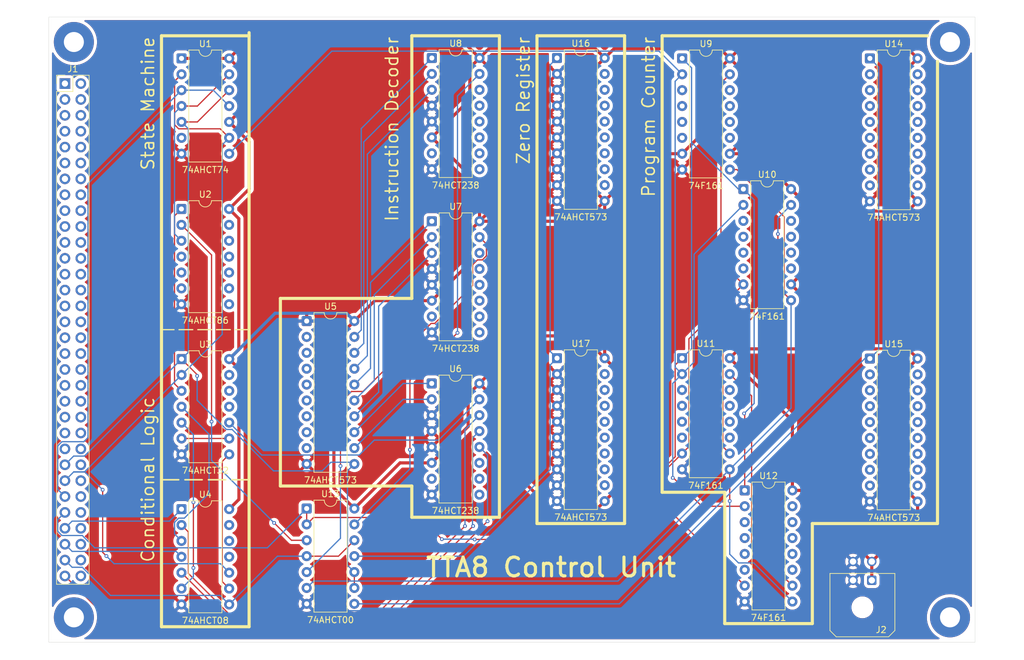
<source format=kicad_pcb>
(kicad_pcb (version 20241229) (generator "pcbnew") (generator_version "9.0")
  (title_block (title "TTA8 Control Unit") (date "2025-03-04") (rev "0"))
  (layers (0 "F.Cu" signal) (4 "In1.Cu" signal) (6 "In2.Cu" signal) (2 "B.Cu" signal) (13 "F.Paste" user) (15 "B.Paste" user) (5 "F.SilkS" user "F.Silkscreen") (7 "B.SilkS" user "B.Silkscreen") (1 "F.Mask" user) (3 "B.Mask" user) (25 "Edge.Cuts" user))
  (net 0 "")
  (net 1 "LDI")
  (net 2 "EXC")
  (net 3 "A13")
  (net 4 "SRC5")
  (net 5 "D6")
  (net 6 "A14")
  (net 7 "D1")
  (net 8 "T9")
  (net 9 "T8")
  (net 10 "DST6")
  (net 11 "A15")
  (net 12 "src0")
  (net 13 "T0")
  (net 14 "A4")
  (net 15 "DST1")
  (net 16 "A0")
  (net 17 "T15")
  (net 18 "T14")
  (net 19 "T7")
  (net 20 "A6")
  (net 21 "T1")
  (net 22 "DST2")
  (net 23 "D7")
  (net 24 "T13")
  (net 25 "A3")
  (net 26 "ZERO")
  (net 27 "D2")
  (net 28 "A7")
  (net 29 "MVI")
  (net 30 "{slash}R")
  (net 31 "A9")
  (net 32 "DST4")
  (net 33 "T6")
  (net 34 "SRC1")
  (net 35 "A12")
  (net 36 "SRC3")
  (net 37 "D4")
  (net 38 "T4")
  (net 39 "DST3")
  (net 40 "A1")
  (net 41 "A2")
  (net 42 "T5")
  (net 43 "SRC2")
  (net 44 "T2")
  (net 45 "A8")
  (net 46 "dst0")
  (net 47 "A10")
  (net 48 "D5")
  (net 49 "SRC7")
  (net 50 "D3")
  (net 51 "D0")
  (net 52 "A5")
  (net 53 "CLK")
  (net 54 "MOV")
  (net 55 "SRC6")
  (net 56 "DST7")
  (net 57 "CARRY")
  (net 58 "A11")
  (net 59 "DST5")
  (net 60 "T3")
  (net 61 "T12")
  (net 62 "T11")
  (net 63 "T10")
  (net 64 "SRC4")
  (net 65 "GND")
  (net 66 "+5V")
  (net 68 "pcc")
  (net 69 "Net-(U1A-~{S})")
  (net 74 "Net-(U2-Pad1)")
  (net 80 "R")
  (net 81 "Net-(U3-Pad6)")
  (net 83 "Net-(U3-Pad4)")
  (net 85 "mv")
  (net 87 "Net-(U3-Pad5)")
  (net 88 "Net-(U3-Pad8)")
  (net 89 "mvz")
  (net 90 "mvc")
  (net 94 "Net-(U5-Q5)")
  (net 95 "Net-(U5-Q3)")
  (net 96 "Net-(U5-Q0)")
  (net 97 "Net-(U5-Q1)")
  (net 98 "Net-(U5-Q7)")
  (net 99 "Net-(U5-Q4)")
  (net 100 "Net-(U5-Q2)")
  (net 101 "Net-(U5-Q6)")
  (net 106 "a2")
  (net 107 "a3")
  (net 108 "Net-(U10-CEP)")
  (net 109 "a0")
  (net 110 "a1")
  (net 111 "Net-(U10-~{PE})")
  (net 112 "a7")
  (net 113 "a5")
  (net 114 "Net-(U10-TC)")
  (net 115 "a6")
  (net 116 "a4")
  (net 117 "a10")
  (net 118 "a11")
  (net 119 "a9")
  (net 120 "a8")
  (net 121 "Net-(U11-TC)")
  (net 122 "a13")
  (net 123 "a14")
  (net 124 "a12")
  (net 125 "a15")
  (net 127 "Net-(U14-OE)")
  (net 128 "Net-(U16-OE)")
  (footprint "Package_DIP:DIP-16_W7.62mm" (layer "F.Cu") (at 116.18 105.6)
    (property "Reference" "U6")
    (property "Value" "74HCT238")
  )
  (footprint "Package_DIP:DIP-16_W7.62mm" (layer "F.Cu") (at 166.195 122.7)
    (property "Reference" "U12")
    (property "Value" "74F161")
  )
  (footprint "Package_DIP:DIP-16_W7.62mm" (layer "F.Cu") (at 156.18 101.56)
    (property "Reference" "U11")
    (property "Value" "74F161")
  )
  (footprint "MountingHole:MountingHole_3.2mm_M3_Pad" (layer "F.Cu") (at 59 143)
    (property "Reference" "H3" (hide yes))
    (property "Value" "MountingHole_Pad" (hide yes))
  )
  (footprint "MountingHole:MountingHole_3.2mm_M3_Pad" (layer "F.Cu") (at 199 51)
    (property "Reference" "H2" (hide yes))
    (property "Value" "MountingHole_Pad" (hide yes))
  )
  (footprint "Package_DIP:DIP-20_W7.62mm" (layer "F.Cu") (at 186.2 53.62)
    (property "Reference" "U14")
    (property "Value" "74AHCT573")
  )
  (footprint "Connector_PinHeader_2.54mm:PinHeader_2x32_P2.54mm_Vertical" (layer "F.Cu") (at 57.57 57.645)
    (property "Reference" "J1")
    (property "Value" "Conn_02x32_Counter_Clockwise")
  )
  (footprint "Package_DIP:DIP-20_W7.62mm" (layer "F.Cu") (at 96.2 95.62)
    (property "Reference" "U5")
    (property "Value" "74AHCT573")
  )
  (footprint "MountingHole:MountingHole_3.2mm_M3_Pad" (layer "F.Cu") (at 59 51)
    (property "Reference" "H1" (hide yes))
    (property "Value" "MountingHole_Pad" (hide yes))
  )
  (footprint "Package_DIP:DIP-14_W7.62mm" (layer "F.Cu") (at 76.195 125.7)
    (property "Reference" "U4")
    (property "Value" "74AHCT08")
  )
  (footprint "Package_DIP:DIP-14_W7.62mm" (layer "F.Cu") (at 76.2 53.62)
    (property "Reference" "U1")
    (property "Value" "74AHCT74")
  )
  (footprint "Package_DIP:DIP-16_W7.62mm" (layer "F.Cu") (at 116.2 53.56)
    (property "Reference" "U8")
    (property "Value" "74HCT238")
  )
  (footprint "Package_DIP:DIP-16_W7.62mm" (layer "F.Cu") (at 156.2 53.62)
    (property "Reference" "U9")
    (property "Value" "74F161")
  )
  (footprint "Package_DIP:DIP-14_W7.62mm" (layer "F.Cu") (at 76.205 101.7)
    (property "Reference" "U3")
    (property "Value" "74AHCT32")
  )
  (footprint "Package_DIP:DIP-16_W7.62mm" (layer "F.Cu") (at 116.2 79.66)
    (property "Reference" "U7")
    (property "Value" "74HCT238")
  )
  (footprint "Connector_Molex:Molex_Micro-Fit_3.0_43045-0400_2x02_P3.00mm_Horizontal" (layer "F.Cu") (at 186.5 137.08 180)
    (property "Reference" "J2")
    (property "Value" "Conn_02x02_Odd_Even")
  )
  (footprint "MountingHole:MountingHole_3.2mm_M3_Pad" (layer "F.Cu") (at 199 143)
    (property "Reference" "H4" (hide yes))
    (property "Value" "MountingHole_Pad" (hide yes))
  )
  (footprint "Package_DIP:DIP-16_W7.62mm" (layer "F.Cu") (at 165.98 74.52)
    (property "Reference" "U10")
    (property "Value" "74F161")
  )
  (footprint "Package_DIP:DIP-20_W7.62mm" (layer "F.Cu") (at 136.2 53.56)
    (property "Reference" "U16")
    (property "Value" "74AHCT573")
  )
  (footprint "Package_DIP:DIP-14_W7.62mm" (layer "F.Cu") (at 76.185 77.7)
    (property "Reference" "U2")
    (property "Value" "74AHCT86")
  )
  (footprint "Package_DIP:DIP-20_W7.62mm" (layer "F.Cu") (at 186.2 101.62)
    (property "Reference" "U15")
    (property "Value" "74AHCT573")
  )
  (footprint "Package_DIP:DIP-14_W7.62mm" (layer "F.Cu") (at 96.2 125.6)
    (property "Reference" "U13")
    (property "Value" "74AHCT00")
  )
  (footprint "Package_DIP:DIP-20_W7.62mm" (layer "F.Cu") (at 136.2 101.56)
    (property "Reference" "U17")
    (property "Value" "74AHCT573")
  )
  (gr_line (start 163 123) (end 163 144) (stroke (width 0.5)) (layer "F.SilkS"))
  (gr_line (start 113 50) (end 127 50) (stroke (width 0.5)) (layer "F.SilkS"))
  (gr_line (start 147 128) (end 147 50) (stroke (width 0.5)) (layer "F.SilkS"))
  (gr_line (start 87 121) (end 73 121) (stroke (width 0.25) (type dash)) (layer "F.SilkS"))
  (gr_line (start 153 50) (end 153 123) (stroke (width 0.5)) (layer "F.SilkS"))
  (gr_line (start 87 97) (end 73 97) (stroke (width 0.2) (type dash)) (layer "F.SilkS"))
  (gr_line (start 127 127) (end 113 127) (stroke (width 0.5)) (layer "F.SilkS"))
  (gr_line (start 153 123) (end 163 123) (stroke (width 0.5)) (layer "F.SilkS"))
  (gr_line (start 92 122) (end 92 92) (stroke (width 0.5)) (layer "F.SilkS"))
  (gr_line (start 133 50) (end 133 128) (stroke (width 0.5)) (layer "F.SilkS"))
  (gr_line (start 197 128) (end 197 54.1) (stroke (width 0.5)) (layer "F.SilkS"))
  (gr_line (start 87 50) (end 73 50) (stroke (width 0.5)) (layer "F.SilkS"))
  (gr_line (start 87 144.5) (end 87 49.5) (stroke (width 0.5)) (layer "F.SilkS"))
  (gr_line (start 113 122) (end 92 122) (stroke (width 0.5)) (layer "F.SilkS"))
  (gr_line (start 195.4 50) (end 153 50) (stroke (width 0.5)) (layer "F.SilkS"))
  (gr_line (start 163 144) (end 177 144) (stroke (width 0.5)) (layer "F.SilkS"))
  (gr_line (start 177 144) (end 177 128) (stroke (width 0.5)) (layer "F.SilkS"))
  (gr_line (start 133 128) (end 147 128) (stroke (width 0.5)) (layer "F.SilkS"))
  (gr_line (start 92 92) (end 113 92) (stroke (width 0.5)) (layer "F.SilkS"))
  (gr_line (start 177 128) (end 197 128) (stroke (width 0.5)) (layer "F.SilkS"))
  (gr_line (start 113 92) (end 113 50) (stroke (width 0.5)) (layer "F.SilkS"))
  (gr_line (start 113 127) (end 113 122) (stroke (width 0.5)) (layer "F.SilkS"))
  (gr_line (start 73 144.5) (end 87 144.5) (stroke (width 0.5)) (layer "F.SilkS"))
  (gr_line (start 147 50) (end 133 50) (stroke (width 0.5)) (layer "F.SilkS"))
  (gr_line (start 73 50) (end 73 144.5) (stroke (width 0.5)) (layer "F.SilkS"))
  (gr_line (start 127 50) (end 127 127) (stroke (width 0.5)) (layer "F.SilkS"))
  (gr_rect (start 55 47) (end 203 147) (stroke (width 0.05)) (fill no) (layer "Edge.Cuts"))
  (gr_text "TTA8 Control Unit" (at 115 135 0) (layer "F.SilkS") (effects (font (size 3 3) (thickness 0.5) (bold yes)) (justify left)))
  (gr_text "Zero Register" (at 132 50 90) (layer "F.SilkS") (effects (font (size 2 2) (thickness 0.25)) (justify right bottom)))
  (gr_text "State Machine" (at 72 50 90) (layer "F.SilkS") (effects (font (size 2 2) (thickness 0.25)) (justify right bottom)))
  (gr_text "Instruction Decoder" (at 111 50 90) (layer "F.SilkS") (effects (font (size 2 2) (thickness 0.25)) (justify right bottom)))
  (gr_text "Conditional Logic" (at 72 121 90) (layer "F.SilkS") (effects (font (size 2 2) (thickness 0.25)) (justify bottom)))
  (gr_text "Program Counter" (at 152 50 90) (layer "F.SilkS") (effects (font (size 2 2) (thickness 0.25)) (justify right bottom)))
  (segment (start 78.7 104.4) (end 78.7 104.195) (width 0.2) (layer "F.Cu") (net 1))
  (segment (start 78.74 63.78) (end 83.82 58.7) (width 0.2) (layer "F.Cu") (net 1))
  (segment (start 103.82 138.3) (end 103.82 135.76) (width 0.2) (layer "F.Cu") (net 1))
  (segment (start 76.2 63.78) (end 78.74 63.78) (width 0.2) (layer "F.Cu") (net 1))
  (segment (start 78.7 104.195) (end 76.205 101.7) (width 0.2) (layer "F.Cu") (net 1))
  (via (at 78.7 104.4) (size 0.6) (drill 0.3) (layers "F.Cu" "B.Cu") (net 1))
  (segment (start 77.301 64.881) (end 77.301 100.604) (width 0.2) (layer "B.Cu") (net 1))
  (segment (start 60.689 117.216) (end 58.959 117.216) (width 0.2) (layer "B.Cu") (net 1))
  (segment (start 76.2 63.78) (end 77.301 64.881) (width 0.2) (layer "B.Cu") (net 1))
  (segment (start 84.28105 112.961) (end 83.36895 112.961) (width 0.2) (layer "B.Cu") (net 1))
  (segment (start 77.301 100.604) (end 76.205 101.7) (width 0.2) (layer "B.Cu") (net 1))
  (segment (start 102.719 119.581) (end 102.719 134.659) (width 0.2) (layer "B.Cu") (net 1))
  (segment (start 102.719 134.659) (end 103.82 135.76) (width 0.2) (layer "B.Cu") (net 1))
  (segment (start 90.90105 119.581) (end 84.28105 112.961) (width 0.2) (layer "B.Cu") (net 1))
  (segment (start 103.539 118.199) (end 100.0661 118.199) (width 0.2) (layer "B.Cu") (net 1))
  (segment (start 98.6841 119.581) (end 90.90105 119.581) (width 0.2) (layer "B.Cu") (net 1))
  (segment (start 78.7 108.29205) (end 78.7 104.4) (width 0.2) (layer "B.Cu") (net 1))
  (segment (start 103.82 118.48) (end 102.719 119.581) (width 0.2) (layer "B.Cu") (net 1))
  (segment (start 58.959 117.216) (end 57.57 118.605) (width 0.2) (layer "B.Cu") (net 1))
  (segment (start 100.0661 118.199) (end 98.6841 119.581) (width 0.2) (layer "B.Cu") (net 1))
  (segment (start 76.205 101.7) (end 60.689 117.216) (width 0.2) (layer "B.Cu") (net 1))
  (segment (start 103.82 118.48) (end 103.539 118.199) (width 0.2) (layer "B.Cu") (net 1))
  (segment (start 83.36895 112.961) (end 78.7 108.29205) (width 0.2) (layer "B.Cu") (net 1))
  (segment (start 75.74395 64.881) (end 75.099 64.23605) (width 0.2) (layer "F.Cu") (net 2))
  (segment (start 82.381 64.881) (end 75.74395 64.881) (width 0.2) (layer "F.Cu") (net 2))
  (segment (start 64.2 133.2) (end 63.6 132.6) (width 0.2) (layer "F.Cu") (net 2))
  (segment (start 63.6 132.6) (end 63.6 122.6) (width 0.2) (layer "F.Cu") (net 2))
  (segment (start 75.099 57.261) (end 76.2 56.16) (width 0.2) (layer "F.Cu") (net 2))
  (segment (start 75.099 64.23605) (end 75.099 57.261) (width 0.2) (layer "F.Cu") (net 2))
  (segment (start 83.82 66.32) (end 82.381 64.881) (width 0.2) (layer "F.Cu") (net 2))
  (via (at 64.2 133.2) (size 0.6) (drill 0.3) (layers "F.Cu" "B.Cu") (net 2))
  (via (at 63.6 122.6) (size 0.6) (drill 0.3) (layers "F.Cu" "B.Cu") (net 2))
  (segment (start 58.959 119.756) (end 57.57 121.145) (width 0.2) (layer "B.Cu") (net 2))
  (segment (start 83.815 135.86) (end 83.86 135.86) (width 0.2) (layer "B.Cu") (net 2))
  (segment (start 82.421 134.421) (end 65.421 134.421) (width 0.2) (layer "B.Cu") (net 2))
  (segment (start 63.6 122.6) (end 60.756 119.756) (width 0.2) (layer "B.Cu") (net 2))
  (segment (start 82.704 67.436) (end 82.704 97.741) (width 0.2) (layer "B.Cu") (net 2))
  (segment (start 83.9 135.9) (end 82.421 134.421) (width 0.2) (layer "B.Cu") (net 2))
  (segment (start 60.689 119.756) (end 58.959 119.756) (width 0.2) (layer "B.Cu") (net 2))
  (segment (start 83.86 135.86) (end 83.9 135.9) (width 0.2) (layer "B.Cu") (net 2))
  (segment (start 76.205 104.24) (end 60.689 119.756) (width 0.2) (layer "B.Cu") (net 2))
  (segment (start 82.704 97.741) (end 76.205 104.24) (width 0.2) (layer "B.Cu") (net 2))
  (segment (start 60.756 119.756) (end 58.959 119.756) (width 0.2) (layer "B.Cu") (net 2))
  (segment (start 65.421 134.421) (end 64.2 133.2) (width 0.2) (layer "B.Cu") (net 2))
  (segment (start 83.82 66.32) (end 82.704 67.436) (width 0.2) (layer "B.Cu") (net 2))
  (segment (start 112.7 105.1) (end 120.3 97.5) (width 0.2) (layer "F.Cu") (net 12))
  (segment (start 112.7 116.2) (end 112.7 105.1) (width 0.2) (layer "F.Cu") (net 12))
  (via (at 112.7 116.2) (size 0.6) (drill 0.3) (layers "F.Cu" "B.Cu") (net 12))
  (via (at 120.3 97.5) (size 0.6) (drill 0.3) (layers "F.Cu" "B.Cu") (net 12))
  (segment (start 120.3 97.5) (end 120.3 59.62) (width 0.2) (layer "B.Cu") (net 12))
  (segment (start 103.82 128.14) (end 112.7 119.26) (width 0.2) (layer "B.Cu") (net 12))
  (segment (start 120.3 59.62) (end 123.82 56.1) (width 0.2) (layer "B.Cu") (net 12))
  (segment (start 112.7 119.26) (end 112.7 116.2) (width 0.2) (layer "B.Cu") (net 12))
  (segment (start 75.331 132.456) (end 58.721 132.456) (width 0.2) (layer "B.Cu") (net 26))
  (segment (start 58.721 132.456) (end 57.57 131.305) (width 0.2) (layer "B.Cu") (net 26))
  (segment (start 76.195 133.32) (end 75.331 132.456) (width 0.2) (layer "B.Cu") (net 26))
  (segment (start 66.185 145) (end 57.57 136.385) (width 0.2) (layer "F.Cu") (net 29))
  (segment (start 125.1 127.639) (end 107.739 145) (width 0.2) (layer "F.Cu") (net 29))
  (segment (start 107.739 145) (end 66.185 145) (width 0.2) (layer "F.Cu") (net 29))
  (via (at 125.1 127.639) (size 0.6) (drill 0.3) (layers "F.Cu" "B.Cu") (net 29))
  (segment (start 125.1 117.06) (end 125.1 127.639) (width 0.2) (layer "B.Cu") (net 29))
  (segment (start 123.8 115.76) (end 125.1 117.06) (width 0.2) (layer "B.Cu") (net 29))
  (segment (start 166.195 110.495) (end 166.1 110.4) (width 0.2) (layer "F.Cu") (net 30))
  (segment (start 97.302 127.038) (end 114.338 127.038) (width 0.2) (layer "F.Cu") (net 30))
  (segment (start 155.079 117.3339) (end 155.079 102.661) (width 0.2) (layer "F.Cu") (net 30))
  (segment (start 141.869135 130.543765) (end 155.079 117.3339) (width 0.2) (layer "F.Cu") (net 30))
  (segment (start 166.195 122.7) (end 166.195 110.495) (width 0.2) (layer "F.Cu") (net 30))
  (segment (start 114.338 127.038) (end 117.8 130.5) (width 0.2) (layer "F.Cu") (net 30))
  (segment (start 155.079 102.661) (end 156.18 101.56) (width 0.2) (layer "F.Cu") (net 30))
  (segment (start 96.2 128.14) (end 97.302 127.038) (width 0.2) (layer "F.Cu") (net 30))
  (segment (start 96.2 125.6) (end 96.2 128.14) (width 0.2) (layer "F.Cu") (net 30))
  (segment (start 123.043765 130.543765) (end 141.869135 130.543765) (width 0.2) (layer "F.Cu") (net 30))
  (via (at 166.1 110.4) (size 0.6) (drill 0.3) (layers "F.Cu" "B.Cu") (net 30))
  (via (at 117.8 130.5) (size 0.6) (drill 0.3) (layers "F.Cu" "B.Cu") (net 30))
  (via (at 123.043765 130.543765) (size 0.6) (drill 0.3) (layers "F.Cu" "B.Cu") (net 30))
  (segment (start 156.2 53.62) (end 157.702 55.122) (width 0.2) (layer "B.Cu") (net 30))
  (segment (start 117.8 130.5) (end 123 130.5) (width 0.2) (layer "B.Cu") (net 30))
  (segment (start 123 130.5) (end 123.043765 130.543765) (width 0.2) (layer "B.Cu") (net 30))
  (segment (start 157.702 67.042) (end 165.18 74.52) (width 0.2) (layer "B.Cu") (net 30))
  (segment (start 165.18 74.52) (end 165.98 74.52) (width 0.2) (layer "B.Cu") (net 30))
  (segment (start 62.31376 131.881) (end 60.34876 129.916) (width 0.2) (layer "B.Cu") (net 30))
  (segment (start 166.1 110.4) (end 167.7 108.8) (width 0.2) (layer "B.Cu") (net 30))
  (segment (start 167.7 76.24) (end 165.98 74.52) (width 0.2) (layer "B.Cu") (net 30))
  (segment (start 156.2 53.62) (end 156.2 53.5) (width 0.2) (layer "B.Cu") (net 30))
  (segment (start 57.09324 129.916) (end 56.419 129.24176) (width 0.2) (layer "B.Cu") (net 30))
  (segment (start 56.419 129.24176) (end 56.419 127.376) (width 0.2) (layer "B.Cu") (net 30))
  (segment (start 157.702 67.042) (end 157.702 100.038) (width 0.2) (layer "B.Cu") (net 30))
  (segment (start 89.919 131.881) (end 62.31376 131.881) (width 0.2) (layer "B.Cu") (net 30))
  (segment (start 167.7 108.8) (end 167.7 76.24) (width 0.2) (layer "B.Cu") (net 30))
  (segment (start 157.702 55.122) (end 157.702 67.042) (width 0.2) (layer "B.Cu") (net 30))
  (segment (start 96.2 125.6) (end 89.919 131.881) (width 0.2) (layer "B.Cu") (net 30))
  (segment (start 157.702 100.038) (end 156.18 101.56) (width 0.2) (layer "B.Cu") (net 30))
  (segment (start 60.34876 129.916) (end 57.09324 129.916) (width 0.2) (layer "B.Cu") (net 30))
  (segment (start 56.419 127.376) (end 57.57 126.225) (width 0.2) (layer "B.Cu") (net 30))
  (segment (start 123.497 85.841) (end 124.27605 85.841) (width 0.2) (layer "F.Cu") (net 46))
  (segment (start 101.6 108.64495) (end 103.36395 106.881) (width 0.2) (layer "F.Cu") (net 46))
  (segment (start 103.36395 106.881) (end 105.20195 106.881) (width 0.2) (layer "F.Cu") (net 46))
  (segment (start 101.6 118.8) (end 101.6 108.64495) (width 0.2) (layer "F.Cu") (net 46))
  (segment (start 116.08195 96.001) (end 116.65605 96.001) (width 0.2) (layer "F.Cu") (net 46))
  (segment (start 122.719 89.93805) (end 122.719 86.619) (width 0.2) (layer "F.Cu") (net 46))
  (segment (start 124.921 83.301) (end 123.82 82.2) (width 0.2) (layer "F.Cu") (net 46))
  (segment (start 124.921 85.19605) (end 124.921 83.301) (width 0.2) (layer "F.Cu") (net 46))
  (segment (start 124.27605 85.841) (end 124.921 85.19605) (width 0.2) (layer "F.Cu") (net 46))
  (segment (start 116.65605 96.001) (end 122.719 89.93805) (width 0.2) (layer "F.Cu") (net 46))
  (segment (start 122.719 86.619) (end 123.497 85.841) (width 0.2) (layer "F.Cu") (net 46))
  (segment (start 105.20195 106.881) (end 116.08195 96.001) (width 0.2) (layer "F.Cu") (net 46))
  (via (at 101.6 118.8) (size 0.6) (drill 0.3) (layers "F.Cu" "B.Cu") (net 46))
  (segment (start 101.6 130.36) (end 101.6 118.8) (width 0.2) (layer "B.Cu") (net 46))
  (segment (start 96.2 135.76) (end 101.6 130.36) (width 0.2) (layer "B.Cu") (net 46))
  (segment (start 76.2 58.7) (end 81.28 58.7) (width 0.2) (layer "B.Cu") (net 53))
  (segment (start 57.09324 114.914) (end 56.419 115.58824) (width 0.2) (layer "B.Cu") (net 53))
  (segment (start 60.58676 114.914) (end 57.09324 114.914) (width 0.2) (layer "B.Cu") (net 53))
  (segment (start 61.261 114.23976) (end 60.58676 114.914) (width 0.2) (layer "B.Cu") (net 53))
  (segment (start 56.419 115.58824) (end 56.419 122.534) (width 0.2) (layer "B.Cu") (net 53))
  (segment (start 56.419 122.534) (end 57.57 123.685) (width 0.2) (layer "B.Cu") (net 53))
  (segment (start 61.261 73.639) (end 61.261 114.23976) (width 0.2) (layer "B.Cu") (net 53))
  (segment (start 81.28 58.7) (end 83.82 61.24) (width 0.2) (layer "B.Cu") (net 53))
  (segment (start 76.2 58.7) (end 61.261 73.639) (width 0.2) (layer "B.Cu") (net 53))
  (segment (start 101.28 133.22) (end 103.82 130.68) (width 0.2) (layer "F.Cu") (net 54))
  (segment (start 96.2 133.22) (end 101.28 133.22) (width 0.2) (layer "F.Cu") (net 54))
  (segment (start 58.721 134.996) (end 57.57 133.845) (width 0.2) (layer "B.Cu") (net 54))
  (segment (start 96.2 133.22) (end 91.535 133.22) (width 0.2) (layer "B.Cu") (net 54))
  (segment (start 82.376 139.501) (end 64.85376 139.501) (width 0.2) (layer "B.Cu") (net 54))
  (segment (start 83.815 140.94) (end 82.376 139.501) (width 0.2) (layer "B.Cu") (net 54))
  (segment (start 60.34876 134.996) (end 58.721 134.996) (width 0.2) (layer "B.Cu") (net 54))
  (segment (start 64.85376 139.501) (end 60.34876 134.996) (width 0.2) (layer "B.Cu") (net 54))
  (segment (start 91.535 133.22) (end 83.815 140.94) (width 0.2) (layer "B.Cu") (net 54))
  (segment (start 76.195 125.7) (end 74.281 127.614) (width 0.2) (layer "B.Cu") (net 57))
  (segment (start 58.721 127.614) (end 57.57 128.765) (width 0.2) (layer "B.Cu") (net 57))
  (segment (start 74.281 127.614) (end 58.721 127.614) (width 0.2) (layer "B.Cu") (net 57))
  (segment (start 165.98 94.88) (end 166 94.9) (width 0.2) (layer "B.Cu") (net 65))
  (segment (start 164.734 141.941) (end 166.195 140.48) (width 0.2) (layer "B.Cu") (net 65))
  (segment (start 97.301 141.941) (end 164.734 141.941) (width 0.2) (layer "B.Cu") (net 65))
  (segment (start 96.2 140.84) (end 97.301 141.941) (width 0.2) (layer "B.Cu") (net 65))
  (segment (start 142.269 74.869) (end 143.82 76.42) (width 0.5) (layer "F.Cu") (net 66))
  (segment (start 156.2 68.86) (end 151.38 68.86) (width 0.5) (layer "F.Cu") (net 66))
  (segment (start 100.549 98.891) (end 100.549 122.329) (width 0.5) (layer "F.Cu") (net 66))
  (segment (start 161.549 63.511) (end 161.549 55.891) (width 0.5) (layer "F.Cu") (net 66))
  (segment (start 123.82 53.56) (end 126 55.74) (width 0.5) (layer "F.Cu") (net 66))
  (segment (start 165.371 52.069) (end 163.82 53.62) (width 0.5) (layer "F.Cu") (net 66))
  (segment (start 143.82 53.56) (end 145.311 52.069) (width 0.5) (layer "F.Cu") (net 66))
  (segment (start 83.825 101.7) (end 85.356 100.169) (width 0.5) (layer "F.Cu") (net 66))
  (segment (start 125.351 107.151) (end 123.8 105.6) (width 0.5) (layer "F.Cu") (net 66))
  (segment (start 167.94 68.86) (end 173.6 74.52) (width 0.5) (layer "F.Cu") (net 66))
  (segment (start 135.557554 125.971) (end 125.351 115.764446) (width 0.5) (layer "F.Cu") (net 66))
  (segment (start 122 107.4) (end 123.8 105.6) (width 0.5) (layer "F.Cu") (net 66))
  (segment (start 143.82 76.42) (end 140.58 79.66) (width 0.5) (layer "F.Cu") (net 66))
  (segment (start 173.6 89.76) (end 175.151 91.311) (width 0.5) (layer "F.Cu") (net 66))
  (segment (start 175.151 88.209) (end 175.151 76.071) (width 0.5) (layer "F.Cu") (net 66))
  (segment (start 107.08 92.36) (end 103.82 95.62) (width 0.5) (layer "F.Cu") (net 66))
  (segment (start 126 77.48) (end 123.82 79.66) (width 0.5) (layer "F.Cu") (net 66))
  (segment (start 116.2 66.26) (end 123.82 73.88) (width 0.5) (layer "F.Cu") (net 66))
  (segment (start 192.269 103.171) (end 192.269 122.929) (width 0.5) (layer "F.Cu") (net 66))
  (segment (start 151.38 68.86) (end 143.82 76.42) (width 0.5) (layer "F.Cu") (net 66))
  (segment (start 175 100.069) (end 192.269 100.069) (width 0.5) (layer "F.Cu") (net 66))
  (segment (start 193.82 126.76) (end 186.5 134.08) (width 0.5) (layer "F.Cu") (net 66))
  (segment (start 145.371 122.869) (end 143.82 124.42) (width 0.5) (layer "F.Cu") (net 66))
  (segment (start 193.82 53.62) (end 192.269 52.069) (width 0.5) (layer "F.Cu") (net 66))
  (segment (start 125.371 52.009) (end 142.269 52.009) (width 0.5) (layer "F.Cu") (net 66))
  (segment (start 85.371 55.171) (end 85.371 62.229) (width 0.5) (layer "F.Cu") (net 66))
  (segment (start 177.111 78.031) (end 192.269 78.031) (width 0.5) (layer "F.Cu") (net 66))
  (segment (start 142.269 52.009) (end 143.82 53.56) (width 0.5) (layer "F.Cu") (net 66))
  (segment (start 85.376 103.251) (end 83.825 101.7) (width 0.5) (layer "F.Cu") (net 66))
  (segment (start 103.82 95.62) (end 100.549 98.891) (width 0.5) (layer "F.Cu") (net 66))
  (segment (start 145.311 52.069) (end 162.269 52.069) (width 0.5) (layer "F.Cu") (net 66))
  (segment (start 121.868 81.612) (end 123.82 79.66) (width 0.5) (layer "F.Cu") (net 66))
  (segment (start 192.269 52.069) (end 165.371 52.069) (width 0.5) (layer "F.Cu") (net 66))
  (segment (start 192.269 122.929) (end 193.82 124.48) (width 0.5) (layer "F.Cu") (net 66))
  (segment (start 111.12 118.3) (end 103.82 125.6) (width 0.5) (layer "F.Cu") (net 66))
  (segment (start 116.2 92.36) (end 121.868 86.692) (width 0.5) (layer "F.Cu") (net 66))
  (segment (start 116.18 118.3) (end 122 112.48) (width 0.5) (layer "F.Cu") (net 66))
  (segment (start 83.82 53.62) (end 86.44 51) (width 0.5) (layer "F.Cu") (net 66))
  (segment (start 85.356 79.251) (end 83.805 77.7) (width 0.5) (layer "F.Cu") (net 66))
  (segment (start 145.371 103.111) (end 145.371 122.869) (width 0.5) (layer "F.Cu") (net 66))
  (segment (start 163.8 101.56) (end 165.291 100.069) (width 0.5) (layer "F.Cu") (net 66))
  (segment (start 83.815 125.7) (end 85.376 124.139) (width 0.5) (layer "F.Cu") (net 66))
  (segment (start 85.376 124.139) (end 85.376 103.251) (width 0.5) (layer "F.Cu") (net 66))
  (segment (start 175.12 122.7) (end 186.5 134.08) (width 0.5) (layer "F.Cu") (net 66))
  (segment (start 173.815 122.7) (end 175.12 122.7) (width 0.5) (layer "F.Cu") (net 66))
  (segment (start 116.2 66.26) (end 122.269 60.191) (width 0.5) (layer "F.Cu") (net 66))
  (segment (start 192.269 100.069) (end 193.82 101.62) (width 0.5) (layer "F.Cu") (net 66))
  (segment (start 193.82 101.62) (end 192.269 103.171) (width 0.5) (layer "F.Cu") (net 66))
  (segment (start 86.44 51) (end 121.26 51) (width 0.5) (layer "F.Cu") (net 66))
  (segment (start 76.2 53.62) (end 83.82 53.62) (width 0.5) (layer "F.Cu") (net 66))
  (segment (start 131.4 98) (end 140.26 98) (width 0.5) (layer "F.Cu") (net 66))
  (segment (start 116.2 92.36) (end 107.08 92.36) (width 0.5) (layer "F.Cu") (net 66))
  (segment (start 85.371 62.229) (end 83.82 63.78) (width 0.5) (layer "F.Cu") (net 66))
  (segment (start 100.549 122.329) (end 103.82 125.6) (width 0.5) (layer "F.Cu") (net 66))
  (segment (start 123.8 105.6) (end 131.4 98) (width 0.5) (layer "F.Cu") (net 66))
  (segment (start 161.549 55.891) (end 163.82 53.62) (width 0.5) (layer "F.Cu") (net 66))
  (segment (start 163.82 68.86) (end 165.371 67.309) (width 0.5) (layer "F.Cu") (net 66))
  (segment (start 126 55.74) (end 126 77.48) (width 0.5) (layer "F.Cu") (net 66))
  (segment (start 122 112.48) (end 122 107.4) (width 0.5) (layer "F.Cu") (net 66))
  (segment (start 192.269 78.031) (end 193.82 76.48) (width 0.5) (layer "F.Cu") (net 66))
  (segment (start 165.291 100.069) (end 175 100.069) (width 0.5) (layer "F.Cu") (net 66))
  (segment (start 140.58 79.66) (end 123.82 79.66) (width 0.5) (layer "F.Cu") (net 66))
  (segment (start 140.26 98) (end 143.82 101.56) (width 0.5) (layer "F.Cu") (net 66))
  (segment (start 175.151 99.918) (end 175 100.069) (width 0.5) (layer "F.Cu") (net 66))
  (segment (start 156.2 68.86) (end 161.549 63.511) (width 0.5) (layer "F.Cu") (net 66))
  (segment (start 173.6 74.52) (end 177.111 78.031) (width 0.5) (layer "F.Cu") (net 66))
  (segment (start 116.18 118.3) (end 111.12 118.3) (width 0.5) (layer "F.Cu") (net 66))
  (segment (start 173.815 122.7) (end 173.815 111.575) (width 0.5) (layer "F.Cu") (net 66))
  (segment (start 87 74.505) (end 83.805 77.7) (width 0.5) (layer "F.Cu") (net 66))
  (segment (start 122.269 55.111) (end 123.82 53.56) (width 0.5) (layer "F.Cu") (net 66))
  (segment (start 122.269 60.191) (end 122.269 55.111) (width 0.5) (layer "F.Cu") (net 66))
  (segment (start 192.269 74.929) (end 192.269 55.171) (width 0.5) (layer "F.Cu") (net 66))
  (segment (start 142.269 55.111) (end 142.269 74.869) (width 0.5) (layer "F.Cu") (net 66))
  (segment (start 163.82 68.86) (end 167.94 68.86) (width 0.5) (layer "F.Cu") (net 66))
  (segment (start 121.868 86.692) (end 121.868 81.612) (width 0.5) (layer "F.Cu") (net 66))
  (segment (start 87 66.96) (end 87 74.505) (width 0.5) (layer "F.Cu") (net 66))
  (segment (start 142.269 125.971) (end 135.557554 125.971) (width 0.5) (layer "F.Cu") (net 66))
  (segment (start 193.82 76.48) (end 192.269 74.929) (width 0.5) (layer "F.Cu") (net 66))
  (segment (start 143.82 124.42) (end 142.269 125.971) (width 0.5) (layer "F.Cu") (net 66))
  (segment (start 143.82 53.56) (end 142.269 55.111) (width 0.5) (layer "F.Cu") (net 66))
  (segment (start 121.26 51) (end 123.82 53.56) (width 0.5) (layer "F.Cu") (net 66))
  (segment (start 125.351 115.764446) (end 125.351 107.151) (width 0.5) (layer "F.Cu") (net 66))
  (segment (start 192.269 55.171) (end 193.82 53.62) (width 0.5) (layer "F.Cu") (net 66))
  (segment (start 123.82 73.88) (end 123.82 79.66) (width 0.5) (layer "F.Cu") (net 66))
  (segment (start 193.82 124.48) (end 193.82 126.76) (width 0.5) (layer "F.Cu") (net 66))
  (segment (start 173.6 89.76) (end 175.151 88.209) (width 0.5) (layer "F.Cu") (net 66))
  (segment (start 85.356 100.169) (end 85.356 79.251) (width 0.5) (layer "F.Cu") (net 66))
  (segment (start 123.82 53.56) (end 125.371 52.009) (width 0.5) (layer "F.Cu") (net 66))
  (segment (start 175.151 91.311) (end 175.151 99.918) (width 0.5) (layer "F.Cu") (net 66))
  (segment (start 165.371 55.171) (end 163.82 53.62) (width 0.5) (layer "F.Cu") (net 66))
  (segment (start 165.371 67.309) (end 165.371 55.171) (width 0.5) (layer "F.Cu") (net 66))
  (segment (start 143.82 76.42) (end 143.82 101.56) (width 0.5) (layer "F.Cu") (net 66))
  (segment (start 162.269 52.069) (end 163.82 53.62) (width 0.5) (layer "F.Cu") (net 66))
  (segment (start 175.151 76.071) (end 173.6 74.52) (width 0.5) (layer "F.Cu") (net 66))
  (segment (start 143.82 101.56) (end 145.371 103.111) (width 0.5) (layer "F.Cu") (net 66))
  (segment (start 173.815 111.575) (end 163.8 101.56) (width 0.5) (layer "F.Cu") (net 66))
  (segment (start 83.82 63.78) (end 87 66.96) (width 0.5) (layer "F.Cu") (net 66))
  (segment (start 186.5 134.08) (end 186.5 137.08) (width 0.5) (layer "F.Cu") (net 66))
  (segment (start 83.82 53.62) (end 85.371 55.171) (width 0.5) (layer "F.Cu") (net 66))
  (segment (start 102.569 94.369) (end 91.156 94.369) (width 0.5) (layer "B.Cu") (net 66))
  (segment (start 91.156 94.369) (end 83.825 101.7) (width 0.5) (layer "B.Cu") (net 66))
  (segment (start 103.82 95.62) (end 102.569 94.369) (width 0.5) (layer "B.Cu") (net 66))
  (segment (start 154.7 120.7) (end 154.8 120.7) (width 0.2) (layer "F.Cu") (net 68))
  (segment (start 154.8 120.7) (end 159.34 125.24) (width 0.2) (layer "F.Cu") (net 68))
  (segment (start 159.34 125.24) (end 166.195 125.24) (width 0.2) (layer "F.Cu") (net 68))
  (via (at 154.7 120.7) (size 0.6) (drill 0.3) (layers "F.Cu" "B.Cu") (net 68))
  (segment (start 100.221 52.459) (end 152.499 52.459) (width 0.2) (layer "B.Cu") (net 68))
  (segment (start 156.2 56.16) (end 155.079 57.281) (width 0.2) (layer "B.Cu") (net 68))
  (segment (start 152.499 52.459) (end 156.2 56.16) (width 0.2) (layer "B.Cu") (net 68))
  (segment (start 158.103 84.937) (end 158.103 102.177) (width 0.2) (layer "B.Cu") (net 68))
  (segment (start 155.079 57.281) (end 155.079 102.999) (width 0.2) (layer "B.Cu") (net 68))
  (segment (start 158.103 102.177) (end 156.18 104.1) (width 0.2) (layer "B.Cu") (net 68))
  (segment (start 155.079 102.999) (end 156.18 104.1) (width 0.2) (layer "B.Cu") (net 68))
  (segment (start 83.82 68.86) (end 100.221 52.459) (width 0.2) (layer "B.Cu") (net 68))
  (segment (start 165.98 77.06) (end 158.103 84.937) (width 0.2) (layer "B.Cu") (net 68))
  (segment (start 154.7 105.58) (end 154.7 120.7) (width 0.2) (layer "B.Cu") (net 68))
  (segment (start 156.18 104.1) (end 154.7 105.58) (width 0.2) (layer "B.Cu") (net 68))
  (segment (start 78.74 61.24) (end 83.82 56.16) (width 0.2) (layer "F.Cu") (net 69))
  (segment (start 76.2 61.24) (end 78.74 61.24) (width 0.2) (layer "F.Cu") (net 69))
  (segment (start 75.084 81.679) (end 75.084 62.356) (width 0.2) (layer "B.Cu") (net 69))
  (segment (start 76.185 82.78) (end 75.084 81.679) (width 0.2) (layer "B.Cu") (net 69))
  (segment (start 75.084 62.356) (end 76.2 61.24) (width 0.2) (layer "B.Cu") (net 69))
  (segment (start 75.084 78.801) (end 75.084 105.659) (width 0.2) (layer "F.Cu") (net 74))
  (segment (start 75.084 105.659) (end 76.205 106.78) (width 0.2) (layer "F.Cu") (net 74))
  (segment (start 76.185 77.7) (end 75.084 78.801) (width 0.2) (layer "F.Cu") (net 74))
  (segment (start 93.78 130.68) (end 96.2 130.68) (width 0.2) (layer "F.Cu") (net 80))
  (segment (start 81 85.055) (end 81 111.7) (width 0.2) (layer "F.Cu") (net 80))
  (segment (start 91 127.9) (end 93.78 130.68) (width 0.2) (layer "F.Cu") (net 80))
  (segment (start 76.185 80.24) (end 81 85.055) (width 0.2) (layer "F.Cu") (net 80))
  (via (at 81 111.7) (size 0.6) (drill 0.3) (layers "F.Cu" "B.Cu") (net 80))
  (via (at 91 127.9) (size 0.6) (drill 0.3) (layers "F.Cu" "B.Cu") (net 80))
  (segment (start 81 117.9) (end 91 127.9) (width 0.2) (layer "B.Cu") (net 80))
  (segment (start 81 111.7) (end 81 117.9) (width 0.2) (layer "B.Cu") (net 80))
  (segment (start 83.825 114.4) (end 76.205 114.4) (width 0.2) (layer "F.Cu") (net 81))
  (segment (start 75.094 129.679) (end 76.195 130.78) (width 0.2) (layer "B.Cu") (net 83))
  (segment (start 76.205 109.32) (end 80.599 113.714) (width 0.2) (layer "B.Cu") (net 83))
  (segment (start 75.094 127.78395) (end 75.094 129.679) (width 0.2) (layer "B.Cu") (net 83))
  (segment (start 75.73895 127.139) (end 75.094 127.78395) (width 0.2) (layer "B.Cu") (net 83))
  (segment (start 80.599 123.19105) (end 76.65105 127.139) (width 0.2) (layer "B.Cu") (net 83))
  (segment (start 80.599 113.714) (end 80.599 123.19105) (width 0.2) (layer "B.Cu") (net 83))
  (segment (start 76.65105 127.139) (end 75.73895 127.139) (width 0.2) (layer "B.Cu") (net 83))
  (segment (start 104.61405 117.041) (end 89.006 117.041) (width 0.2) (layer "B.Cu") (net 85))
  (segment (start 117.281 114.659) (end 106.99605 114.659) (width 0.2) (layer "B.Cu") (net 85))
  (segment (start 89.006 117.041) (end 83.825 111.86) (width 0.2) (layer "B.Cu") (net 85))
  (segment (start 123.8 108.14) (end 117.281 114.659) (width 0.2) (layer "B.Cu") (net 85))
  (segment (start 106.99605 114.659) (end 104.61405 117.041) (width 0.2) (layer "B.Cu") (net 85))
  (segment (start 78.1 124.6) (end 78.1 135.1) (width 0.2) (layer "F.Cu") (net 87))
  (via (at 78.1 135.1) (size 0.6) (drill 0.3) (layers "F.Cu" "B.Cu") (net 87))
  (via (at 78.1 124.6) (size 0.6) (drill 0.3) (layers "F.Cu" "B.Cu") (net 87))
  (segment (start 78.1 113.755) (end 78.1 124.6) (width 0.2) (layer "B.Cu") (net 87))
  (segment (start 76.205 111.86) (end 78.1 113.755) (width 0.2) (layer "B.Cu") (net 87))
  (segment (start 78.1 135.1) (end 78.1 136.495) (width 0.2) (layer "B.Cu") (net 87))
  (segment (start 78.1 136.495) (end 76.195 138.4) (width 0.2) (layer "B.Cu") (net 87))
  (segment (start 83.825 116.94) (end 82.714 118.051) (width 0.2) (layer "F.Cu") (net 88))
  (segment (start 82.714 118.051) (end 82.714 137.299) (width 0.2) (layer "F.Cu") (net 88))
  (segment (start 82.714 137.299) (end 83.815 138.4) (width 0.2) (layer "F.Cu") (net 88))
  (segment (start 106.799 144.401) (end 84.736 144.401) (width 0.2) (layer "F.Cu") (net 89))
  (segment (start 84.736 144.401) (end 76.195 135.86) (width 0.2) (layer "F.Cu") (net 89))
  (segment (start 122.8 128.4) (end 106.799 144.401) (width 0.2) (layer "F.Cu") (net 89))
  (via (at 122.8 128.4) (size 0.6) (drill 0.3) (layers "F.Cu" "B.Cu") (net 89))
  (segment (start 122.699 128.299) (end 122.8 128.4) (width 0.2) (layer "B.Cu") (net 89))
  (segment (start 122.699 114.321) (end 122.699 128.299) (width 0.2) (layer "B.Cu") (net 89))
  (segment (start 123.8 113.22) (end 122.699 114.321) (width 0.2) (layer "B.Cu") (net 89))
  (segment (start 77.296 129.341) (end 76.195 128.24) (width 0.2) (layer "F.Cu") (net 90))
  (segment (start 85.31795 144) (end 77.296 135.97805) (width 0.2) (layer "F.Cu") (net 90))
  (segment (start 77.296 135.97805) (end 77.296 129.341) (width 0.2) (layer "F.Cu") (net 90))
  (segment (start 121.5 128.4) (end 105.9 144) (width 0.2) (layer "F.Cu") (net 90))
  (segment (start 105.9 144) (end 85.31795 144) (width 0.2) (layer "F.Cu") (net 90))
  (via (at 121.5 128.4) (size 0.6) (drill 0.3) (layers "F.Cu" "B.Cu") (net 90))
  (segment (start 123.8 110.68) (end 121.5 112.98) (width 0.2) (layer "B.Cu") (net 90))
  (segment (start 121.5 112.98) (end 121.5 128.4) (width 0.2) (layer "B.Cu") (net 90))
  (segment (start 107.7 93.24) (end 107.7 106.98) (width 0.2) (layer "B.Cu") (net 94))
  (segment (start 116.2 84.74) (end 107.7 93.24) (width 0.2) (layer "B.Cu") (net 94))
  (segment (start 107.7 106.98) (end 103.82 110.86) (width 0.2) (layer "B.Cu") (net 94))
  (segment (start 106.4 89.46) (end 106.4 103.2) (width 0.2) (layer "B.Cu") (net 95))
  (segment (start 116.2 79.66) (end 106.4 89.46) (width 0.2) (layer "B.Cu") (net 95))
  (segment (start 106.4 103.2) (end 103.82 105.78) (width 0.2) (layer "B.Cu") (net 95))
  (segment (start 104.921 97.059) (end 103.82 98.16) (width 0.2) (layer "B.Cu") (net 96))
  (segment (start 116.2 53.56) (end 104.921 64.839) (width 0.2) (layer "B.Cu") (net 96))
  (segment (start 104.921 64.839) (end 104.921 97.059) (width 0.2) (layer "B.Cu") (net 96))
  (segment (start 116.2 56.1) (end 105.322 66.978) (width 0.2) (layer "B.Cu") (net 97))
  (segment (start 105.322 66.978) (end 105.322 99.198) (width 0.2) (layer "B.Cu") (net 97))
  (segment (start 105.322 99.198) (end 103.82 100.7) (width 0.2) (layer "B.Cu") (net 97))
  (segment (start 111.62 108.14) (end 103.82 115.94) (width 0.2) (layer "B.Cu") (net 98))
  (segment (start 116.18 108.14) (end 111.62 108.14) (width 0.2) (layer "B.Cu") (net 98))
  (segment (start 116.2 82.2) (end 107 91.4) (width 0.2) (layer "B.Cu") (net 99))
  (segment (start 107 91.4) (end 107 105.14) (width 0.2) (layer "B.Cu") (net 99))
  (segment (start 107 105.14) (end 103.82 108.32) (width 0.2) (layer "B.Cu") (net 99))
  (segment (start 116.2 58.64) (end 105.9 68.94) (width 0.2) (layer "B.Cu") (net 100))
  (segment (start 105.9 68.94) (end 105.9 101.16) (width 0.2) (layer "B.Cu") (net 100))
  (segment (start 105.9 101.16) (end 103.82 103.24) (width 0.2) (layer "B.Cu") (net 100))
  (segment (start 116.18 105.6) (end 111.62 105.6) (width 0.2) (layer "B.Cu") (net 101))
  (segment (start 111.62 105.6) (end 103.82 113.4) (width 0.2) (layer "B.Cu") (net 101))
  (segment (start 162.4 86.18) (end 165.98 89.76) (width 0.2) (layer "F.Cu") (net 108))
  (segment (start 153.6 119.38) (end 156.18 116.8) (width 0.2) (layer "F.Cu") (net 108))
  (segment (start 157.281 98.459) (end 165.98 89.76) (width 0.2) (layer "F.Cu") (net 108))
  (segment (start 166.195 137.94) (end 153.6 125.345) (width 0.2) (layer "F.Cu") (net 108))
  (segment (start 153.6 125.345) (end 153.6 119.38) (width 0.2) (layer "F.Cu") (net 108))
  (segment (start 163.82 56.16) (end 162.4 57.58) (width 0.2) (layer "F.Cu") (net 108))
  (segment (start 157.281 115.699) (end 157.281 98.459) (width 0.2) (layer "F.Cu") (net 108))
  (segment (start 156.18 116.8) (end 157.281 115.699) (width 0.2) (layer "F.Cu") (net 108))
  (segment (start 162.4 57.58) (end 162.4 86.18) (width 0.2) (layer "F.Cu") (net 108))
  (segment (start 172.499 91.199) (end 173.6 92.3) (width 0.2) (layer "F.Cu") (net 111))
  (segment (start 163.8 119.34) (end 163.8 124.4) (width 0.2) (layer "F.Cu") (net 111))
  (segment (start 164.95137 71.4) (end 172.499 78.94763) (width 0.2) (layer "F.Cu") (net 111))
  (segment (start 172.499 78.94763) (end 172.499 91.199) (width 0.2) (layer "F.Cu") (net 111))
  (segment (start 163.82 71.4) (end 164.95137 71.4) (width 0.2) (layer "F.Cu") (net 111))
  (via (at 163.8 124.4) (size 0.6) (drill 0.3) (layers "F.Cu" "B.Cu") (net 111))
  (segment (start 173.6 109.54) (end 163.8 119.34) (width 0.2) (layer "B.Cu") (net 111))
  (segment (start 173.6 92.3) (end 173.6 109.54) (width 0.2) (layer "B.Cu") (net 111))
  (segment (start 167.634 134.299) (end 173.815 140.48) (width 0.2) (layer "B.Cu") (net 111))
  (segment (start 96.2 138.3) (end 97.301 137.199) (width 0.2) (layer "B.Cu") (net 111))
  (segment (start 145.941 137.199) (end 163.8 119.34) (width 0.2) (layer "B.Cu") (net 111))
  (segment (start 163.8 132.9) (end 165.199 134.299) (width 0.2) (layer "B.Cu") (net 111))
  (segment (start 165.199 134.299) (end 167.634 134.299) (width 0.2) (layer "B.Cu") (net 111))
  (segment (start 97.301 137.199) (end 145.941 137.199) (width 0.2) (layer "B.Cu") (net 111))
  (segment (start 163.8 124.4) (end 163.8 132.9) (width 0.2) (layer "B.Cu") (net 111))
  (segment (start 163.8 116.8) (end 162.699 115.699) (width 0.2) (layer "F.Cu") (net 114))
  (segment (start 162.699 115.699) (end 162.699 99.801) (width 0.2) (layer "F.Cu") (net 114))
  (segment (start 171.5 91) (end 171.5 81.7) (width 0.2) (layer "F.Cu") (net 114))
  (segment (start 162.699 99.801) (end 171.5 91) (width 0.2) (layer "F.Cu") (net 114))
  (via (at 171.5 81.7) (size 0.6) (drill 0.3) (layers "F.Cu" "B.Cu") (net 114))
  (segment (start 171.5 79.16) (end 173.6 77.06) (width 0.2) (layer "B.Cu") (net 114))
  (segment (start 171.5 81.7) (end 171.5 79.16) (width 0.2) (layer "B.Cu") (net 114))
  (segment (start 167.296 131.421) (end 173.815 137.94) (width 0.2) (layer "F.Cu") (net 121))
  (segment (start 163.8 104.1) (end 167.296 107.596) (width 0.2) (layer "F.Cu") (net 121))
  (segment (start 167.296 107.596) (end 167.296 131.421) (width 0.2) (layer "F.Cu") (net 121))
  (segment (start 185.38884 101.62) (end 186.2 101.62) (width 0.2) (layer "B.Cu") (net 127))
  (segment (start 146.16884 140.84) (end 185.38884 101.62) (width 0.2) (layer "B.Cu") (net 127))
  (segment (start 187.601 100.219) (end 187.601 55.021) (width 0.2) (layer "B.Cu") (net 127))
  (segment (start 103.82 140.84) (end 146.16884 140.84) (width 0.2) (layer "B.Cu") (net 127))
  (segment (start 186.2 101.62) (end 187.601 100.219) (width 0.2) (layer "B.Cu") (net 127))
  (segment (start 187.601 55.021) (end 186.2 53.62) (width 0.2) (layer "B.Cu") (net 127))
  (segment (start 103.82 133.22) (end 121.28 133.22) (width 0.2) (layer "B.Cu") (net 128))
  (segment (start 135.099 54.661) (end 136.2 53.56) (width 0.2) (layer "B.Cu") (net 128))
  (segment (start 121.28 133.22) (end 135.099 119.401) (width 0.2) (layer "B.Cu") (net 128))
  (segment (start 135.099 102.661) (end 136.2 101.56) (width 0.2) (layer "B.Cu") (net 128))
  (segment (start 135.099 100.459) (end 135.099 54.661) (width 0.2) (layer "B.Cu") (net 128))
  (segment (start 135.099 119.401) (end 135.099 102.661) (width 0.2) (layer "B.Cu") (net 128))
  (segment (start 136.2 101.56) (end 135.099 100.459) (width 0.2) (layer "B.Cu") (net 128))
  (zone (net 65) (net_name "GND") (layers "F.Cu" "B.Cu") (connect_pads (clearance 0.5)) (min_thickness 0.25) (fill yes (thermal_gap 0.5) (thermal_bridge_width 0.5))
    (polygon (pts (xy 47.303242 44.619485) (xy 47.196004 149.819369) (xy 210.840309 149.706589) (xy 210.518563 44.281099)))
  )
)
</source>
